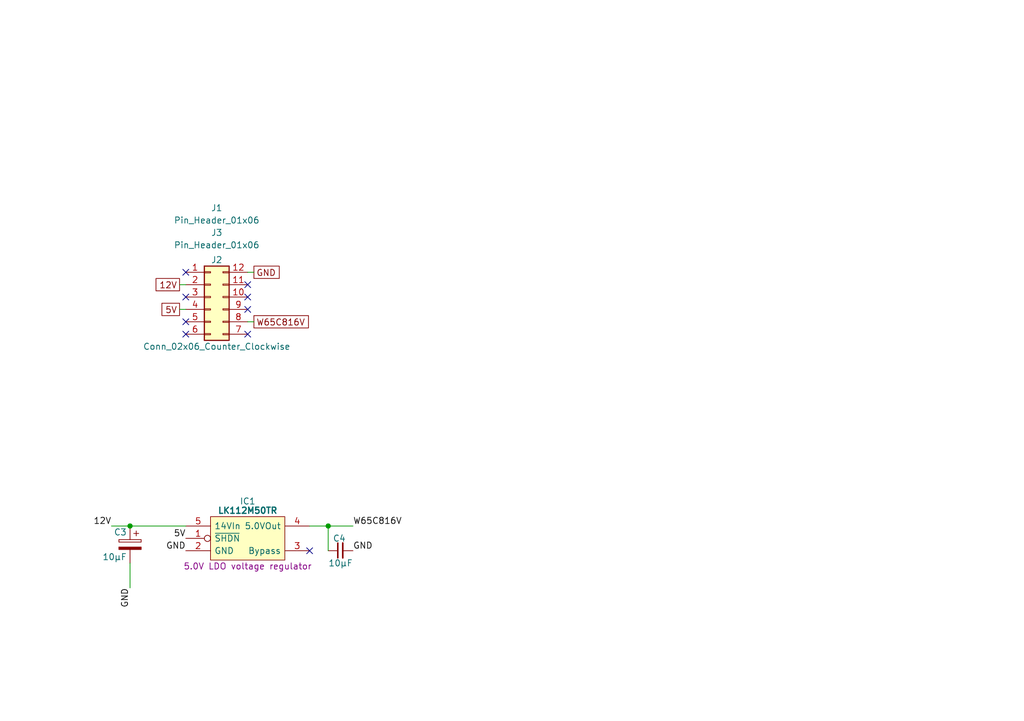
<source format=kicad_sch>
(kicad_sch (version 20250114) (generator "eeschema") (generator_version "9.0")
  (paper "A5")
  (title_block (title "W65C816 Power") (date "2025-06-17") (rev "V0"))
  (lib_symbols
    (symbol "Connector_Generic:Conn_02x06_Counter_Clockwise" (pin_names (offset 1.016) (hide yes))
      (property "Reference" "J" (at 1.27 7.62 0))
      (property "Value" "Conn_02x06_Counter_Clockwise" (at 1.27 -10.16 0))
      (symbol "Conn_02x06_Counter_Clockwise_1_1"
        (rectangle (start -1.27 6.35) (end 3.81 -8.89) (stroke (width 0.254)) (fill (type background)))
        (rectangle (start -1.27 5.207) (end 0 4.953) (stroke (width 0.1524)))
        (rectangle (start -1.27 2.667) (end 0 2.413) (stroke (width 0.1524)))
        (rectangle (start -1.27 0.127) (end 0 -0.127) (stroke (width 0.1524)))
        (rectangle (start -1.27 -2.413) (end 0 -2.667) (stroke (width 0.1524)))
        (rectangle (start -1.27 -4.953) (end 0 -5.207) (stroke (width 0.1524)))
        (rectangle (start -1.27 -7.493) (end 0 -7.747) (stroke (width 0.1524)))
        (rectangle (start 3.81 5.207) (end 2.54 4.953) (stroke (width 0.1524)))
        (rectangle (start 3.81 2.667) (end 2.54 2.413) (stroke (width 0.1524)))
        (rectangle (start 3.81 0.127) (end 2.54 -0.127) (stroke (width 0.1524)))
        (rectangle (start 3.81 -2.413) (end 2.54 -2.667) (stroke (width 0.1524)))
        (rectangle (start 3.81 -4.953) (end 2.54 -5.207) (stroke (width 0.1524)))
        (rectangle (start 3.81 -7.493) (end 2.54 -7.747) (stroke (width 0.1524)))
        (pin passive line (at -5.08 5.08 0) (length 3.81) (name "Pin_1") (number "1"))
        (pin passive line (at -5.08 2.54 0) (length 3.81) (name "Pin_2") (number "2"))
        (pin passive line (at -5.08 0 0) (length 3.81) (name "Pin_3") (number "3"))
        (pin passive line (at -5.08 -2.54 0) (length 3.81) (name "Pin_4") (number "4"))
        (pin passive line (at -5.08 -5.08 0) (length 3.81) (name "Pin_5") (number "5"))
        (pin passive line (at -5.08 -7.62 0) (length 3.81) (name "Pin_6") (number "6"))
        (pin passive line (at 7.62 5.08 180) (length 3.81) (name "Pin_12") (number "12"))
        (pin passive line (at 7.62 2.54 180) (length 3.81) (name "Pin_11") (number "11"))
        (pin passive line (at 7.62 0 180) (length 3.81) (name "Pin_10") (number "10"))
        (pin passive line (at 7.62 -2.54 180) (length 3.81) (name "Pin_9") (number "9"))
        (pin passive line (at 7.62 -5.08 180) (length 3.81) (name "Pin_8") (number "8"))
        (pin passive line (at 7.62 -7.62 180) (length 3.81) (name "Pin_7") (number "7"))
      )
    )
    (symbol "HCP65:C_0805" (pin_numbers (hide yes)) (pin_names (offset 0.254) (hide yes))
      (property "Reference" "C" (at 2.286 2.54 0))
      (property "Value" "?μF" (at 2.54 -2.54 0))
      (symbol "C_0805_0_1"
        (polyline (pts (xy 1.9685 -1.4605) (xy 1.9685 1.5875)) (stroke (width 0.3048)))
        (polyline (pts (xy 2.9845 -1.4605) (xy 2.9845 1.5875)) (stroke (width 0.3302)))
      )
      (symbol "C_0805_1_1"
        (pin passive line (at 0 0 0) (length 2.032) (name "~") (number "1"))
        (pin passive line (at 5.08 0 180) (length 2.032) (name "~") (number "2"))
      )
    )
    (symbol "HCP65:C_Radial_D4.0mm_P2.00mm" (pin_numbers (hide yes)) (pin_names (offset 0.254))
      (property "Reference" "C" (at 0.635 2.54 0))
      (property "Value" "?μF" (at 0.635 -2.54 0))
      (symbol "C_Radial_D4.0mm_P2.00mm_0_1"
        (rectangle (start -2.286 0.508) (end 2.286 1.016))
        (polyline (pts (xy -1.778 2.286) (xy -0.762 2.286)))
        (polyline (pts (xy -1.27 2.794) (xy -1.27 1.778)))
        (rectangle (start 2.286 -0.508) (end -2.286 -1.016) (fill (type outline)))
      )
      (symbol "C_Radial_D4.0mm_P2.00mm_1_1"
        (pin passive line (at 0 3.81 270) (length 2.794) (name "~") (number "1"))
        (pin passive line (at 0 -3.81 90) (length 2.794) (name "~") (number "2"))
      )
    )
    (symbol "HCP65:Pin_Header_01x16" (pin_names (offset 1.016) (hide yes))
      (property "Reference" "J" (at 0 1.27 0))
      (property "Value" "Pin_Header_01x16" (at 0 -1.27 0))
    )
    (symbol "ST_Microelectronics:LK112M50TR" (pin_names (offset 0.762))
      (property "Reference" "IC" (at 12.7 5.08 0))
      (property "Value" "LK112M50TR" (at 12.7 3.175 0))
      (property "Description" "5.0V LDO voltage regulator" (at 12.7 -8.255 0))
      (symbol "LK112M50TR_0_0"
        (pin passive line (at 0 -5.08 0) (length 5.08) (name "GND") (number "2"))
      )
      (symbol "LK112M50TR_0_1"
        (polyline (pts (xy 5.08 1.905) (xy 20.32 1.905) (xy 20.32 -6.985) (xy 5.08 -6.985) (xy 5.08 1.905)) (fill (type background)))
      )
      (symbol "LK112M50TR_1_0"
        (pin passive line (at 0 0 0) (length 5.08) (name "14VIn") (number "5"))
        (pin input inverted (at 0 -2.54 0) (length 5.08) (name "~{SHDN}") (number "1"))
        (pin passive line (at 25.4 0 180) (length 5.08) (name "5.0VOut") (number "4"))
        (pin passive line (at 25.4 -5.08 180) (length 5.08) (name "Bypass") (number "3"))
      )
    )
  )
  (junction (at 67.31 107.95))
  (junction (at 26.67 107.95))
  (no_connect (at 38.1 60.96))
  (no_connect (at 50.8 58.42))
  (no_connect (at 63.5 113.03))
  (no_connect (at 38.1 68.58))
  (no_connect (at 50.8 68.58))
  (no_connect (at 50.8 60.96))
  (no_connect (at 50.8 63.5))
  (no_connect (at 38.1 55.88))
  (no_connect (at 38.1 66.04))
  (wire (pts (xy 36.83 63.5) (xy 38.1 63.5)))
  (wire (pts (xy 67.31 107.95) (xy 63.5 107.95)))
  (wire (pts (xy 36.83 58.42) (xy 38.1 58.42)))
  (wire (pts (xy 52.07 55.88) (xy 50.8 55.88)))
  (wire (pts (xy 52.07 66.04) (xy 50.8 66.04)))
  (wire (pts (xy 22.86 107.95) (xy 26.67 107.95)))
  (wire (pts (xy 26.67 107.95) (xy 38.1 107.95)))
  (wire (pts (xy 72.39 107.95) (xy 67.31 107.95)))
  (wire (pts (xy 67.31 113.03) (xy 67.31 107.95)))
  (wire (pts (xy 26.67 120.65) (xy 26.67 115.57)))
  (label "GND" (at 72.39 113.03 0))
  (label "GND" (at 26.67 120.65 270))
  (label "5V" (at 38.1 110.49 180))
  (label "GND" (at 38.1 113.03 180))
  (label "12V" (at 22.86 107.95 180))
  (label "W65C816V" (at 72.39 107.95 0))
  (global_label "12V" (shape passive) (at 36.83 58.42 180) (property "Intersheetrefs" "${INTERSHEET_REFS}" (effects (hide yes))))
  (global_label "5V" (shape passive) (at 36.83 63.5 180) (property "Intersheetrefs" "${INTERSHEET_REFS}" (effects (hide yes))))
  (global_label "W65C816V" (shape passive) (at 52.07 66.04 0) (property "Intersheetrefs" "${INTERSHEET_REFS}" (effects (hide yes))))
  (global_label "GND" (shape passive) (at 52.07 55.88 0) (property "Intersheetrefs" "${INTERSHEET_REFS}" (effects (hide yes))))
  (symbol (lib_id "HCP65:C_0805") (at 67.31 113.03 0) (unit 1)
    (property "Reference" "C4" (at 69.596 110.49 0))
    (property "Value" "10µF" (at 67.31 115.57 0) (effects (justify left)))
    (property "Footprint" "SamacSys_Parts:C_0805" (effects (hide yes)))
  )
  (symbol (lib_id "ST_Microelectronics:LK112M50TR") (at 38.1 107.95 0) (unit 1)
    (property "Reference" "IC1" (at 50.8 102.87 0))
    (property "Value" "LK112M50TR" (at 50.8 104.775 0) (effects (font (bold yes))))
    (property "Footprint" "SamacSys_Parts:SOT95P285X130-5N" (effects (hide yes)))
    (property "Datasheet" "https://www.mouser.co.za/datasheet/2/389/lk112-1849761.pdf" (effects (hide yes)))
    (property "Description" "5.0V LDO voltage regulator" (at 50.8 116.205 0))
    (property "Height" "1.0" (effects (hide yes)))
    (property "Manufacturer_Name" "ST Microelectronics" (effects (hide yes)))
    (property "Manufacturer_Part_Number" "LK112M50TR" (effects (hide yes)))
    (property "Silkscreen" "LK112M50" (effects (hide yes)))
  )
  (symbol (lib_id "HCP65:Pin_Header_01x16") (at 44.45 49.022 0) (unit 1)
    (property "Reference" "J3" (at 44.45 47.752 0))
    (property "Value" "Pin_Header_01x06" (at 44.45 50.292 0))
    (property "Footprint" "SamacSys_Parts:PinHeader_1x06_P2.54mm_Vertical" (effects (hide yes)))
  )
  (symbol (lib_id "HCP65:Pin_Header_01x16") (at 44.45 43.942 0) (unit 1)
    (property "Reference" "J1" (at 44.45 42.672 0))
    (property "Value" "Pin_Header_01x06" (at 44.45 45.212 0))
    (property "Footprint" "SamacSys_Parts:PinHeader_1x06_P2.54mm_Vertical" (effects (hide yes)))
  )
  (symbol (lib_id "HCP65:C_Radial_D4.0mm_P2.00mm") (at 26.67 111.76 0) (mirror y) (unit 1)
    (property "Reference" "C3" (at 26.035 109.22 0) (effects (justify left)))
    (property "Value" "10μF" (at 26.035 114.3 0) (effects (justify left)))
    (property "Footprint" "SamacSys_Parts:CP_Radial_D4.0mm_P2.00mm" (effects (hide yes)))
  )
  (symbol (lib_id "Connector_Generic:Conn_02x06_Counter_Clockwise") (at 43.18 60.96 0) (unit 1)
    (property "Reference" "J2" (at 44.45 53.34 0))
    (property "Value" "Conn_02x06_Counter_Clockwise" (at 44.45 71.12 0))
    (property "Footprint" "SamacSys_Parts:DIP-12_Board_W15.24mm_Alt" (effects (hide yes)))
    (property "Description" "Generic connector, double row, 02x06, counter clockwise pin numbering scheme (similar to DIP package numbering), script generated (kicad-library-utils/schlib/autogen/connector/)" (effects (hide yes)))
  )
)
</source>
